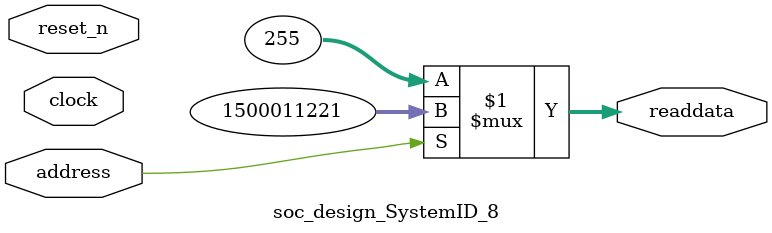
<source format=v>
module soc_design_SystemID_8 (
                address,
                clock,
                reset_n,
                readdata
             )
;
  output  [ 31: 0] readdata;
  input            address;
  input            clock;
  input            reset_n;
  wire    [ 31: 0] readdata;
  assign readdata = address ? 1500011221 : 255;
endmodule
</source>
